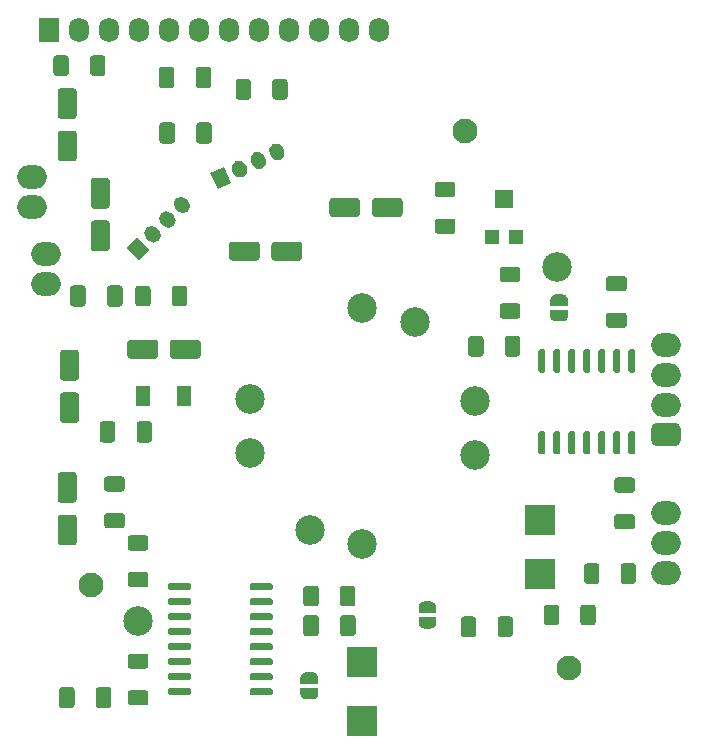
<source format=gts>
G04 #@! TF.GenerationSoftware,KiCad,Pcbnew,5.1.10-88a1d61d58~88~ubuntu18.04.1*
G04 #@! TF.CreationDate,2024-08-03T23:10:31-04:00*
G04 #@! TF.ProjectId,238-capstan,3233382d-6361-4707-9374-616e2e6b6963,rev?*
G04 #@! TF.SameCoordinates,Original*
G04 #@! TF.FileFunction,Soldermask,Top*
G04 #@! TF.FilePolarity,Negative*
%FSLAX46Y46*%
G04 Gerber Fmt 4.6, Leading zero omitted, Abs format (unit mm)*
G04 Created by KiCad (PCBNEW 5.1.10-88a1d61d58~88~ubuntu18.04.1) date 2024-08-03 23:10:31*
%MOMM*%
%LPD*%
G01*
G04 APERTURE LIST*
%ADD10O,2.500000X2.000000*%
%ADD11R,1.300000X1.700000*%
%ADD12C,2.100000*%
%ADD13C,2.500000*%
%ADD14R,1.600000X1.500000*%
%ADD15R,1.200000X1.200000*%
%ADD16C,0.100000*%
%ADD17O,1.700000X2.100000*%
%ADD18R,1.700000X2.100000*%
%ADD19R,2.500000X2.500000*%
G04 APERTURE END LIST*
D10*
X120000000Y-68960000D03*
X120000000Y-71500000D03*
X173700000Y-102430000D03*
X173700000Y-99890000D03*
X173700000Y-97350000D03*
X121200000Y-78000000D03*
X121200000Y-75460000D03*
X173700000Y-83100000D03*
X173700000Y-85640000D03*
X173700000Y-88180000D03*
G36*
G01*
X174950000Y-90220000D02*
X174950000Y-91220000D01*
G75*
G02*
X174450000Y-91720000I-500000J0D01*
G01*
X172950000Y-91720000D01*
G75*
G02*
X172450000Y-91220000I0J500000D01*
G01*
X172450000Y-90220000D01*
G75*
G02*
X172950000Y-89720000I500000J0D01*
G01*
X174450000Y-89720000D01*
G75*
G02*
X174950000Y-90220000I0J-500000D01*
G01*
G37*
D11*
X129400000Y-87500000D03*
X132900000Y-87500000D03*
D12*
X165500000Y-110500000D03*
X156700000Y-65000000D03*
X125000000Y-103500000D03*
G36*
G01*
X154375000Y-72437500D02*
X155625000Y-72437500D01*
G75*
G02*
X155875000Y-72687500I0J-250000D01*
G01*
X155875000Y-73487500D01*
G75*
G02*
X155625000Y-73737500I-250000J0D01*
G01*
X154375000Y-73737500D01*
G75*
G02*
X154125000Y-73487500I0J250000D01*
G01*
X154125000Y-72687500D01*
G75*
G02*
X154375000Y-72437500I250000J0D01*
G01*
G37*
G36*
G01*
X154375000Y-69337500D02*
X155625000Y-69337500D01*
G75*
G02*
X155875000Y-69587500I0J-250000D01*
G01*
X155875000Y-70387500D01*
G75*
G02*
X155625000Y-70637500I-250000J0D01*
G01*
X154375000Y-70637500D01*
G75*
G02*
X154125000Y-70387500I0J250000D01*
G01*
X154125000Y-69587500D01*
G75*
G02*
X154375000Y-69337500I250000J0D01*
G01*
G37*
G36*
G01*
X138562500Y-60875000D02*
X138562500Y-62125000D01*
G75*
G02*
X138312500Y-62375000I-250000J0D01*
G01*
X137512500Y-62375000D01*
G75*
G02*
X137262500Y-62125000I0J250000D01*
G01*
X137262500Y-60875000D01*
G75*
G02*
X137512500Y-60625000I250000J0D01*
G01*
X138312500Y-60625000D01*
G75*
G02*
X138562500Y-60875000I0J-250000D01*
G01*
G37*
G36*
G01*
X141662500Y-60875000D02*
X141662500Y-62125000D01*
G75*
G02*
X141412500Y-62375000I-250000J0D01*
G01*
X140612500Y-62375000D01*
G75*
G02*
X140362500Y-62125000I0J250000D01*
G01*
X140362500Y-60875000D01*
G75*
G02*
X140612500Y-60625000I250000J0D01*
G01*
X141412500Y-60625000D01*
G75*
G02*
X141662500Y-60875000I0J-250000D01*
G01*
G37*
G36*
G01*
X123137500Y-58875000D02*
X123137500Y-60125000D01*
G75*
G02*
X122887500Y-60375000I-250000J0D01*
G01*
X122087500Y-60375000D01*
G75*
G02*
X121837500Y-60125000I0J250000D01*
G01*
X121837500Y-58875000D01*
G75*
G02*
X122087500Y-58625000I250000J0D01*
G01*
X122887500Y-58625000D01*
G75*
G02*
X123137500Y-58875000I0J-250000D01*
G01*
G37*
G36*
G01*
X126237500Y-58875000D02*
X126237500Y-60125000D01*
G75*
G02*
X125987500Y-60375000I-250000J0D01*
G01*
X125187500Y-60375000D01*
G75*
G02*
X124937500Y-60125000I0J250000D01*
G01*
X124937500Y-58875000D01*
G75*
G02*
X125187500Y-58625000I250000J0D01*
G01*
X125987500Y-58625000D01*
G75*
G02*
X126237500Y-58875000I0J-250000D01*
G01*
G37*
G36*
G01*
X131862500Y-79625000D02*
X131862500Y-78375000D01*
G75*
G02*
X132112500Y-78125000I250000J0D01*
G01*
X132912500Y-78125000D01*
G75*
G02*
X133162500Y-78375000I0J-250000D01*
G01*
X133162500Y-79625000D01*
G75*
G02*
X132912500Y-79875000I-250000J0D01*
G01*
X132112500Y-79875000D01*
G75*
G02*
X131862500Y-79625000I0J250000D01*
G01*
G37*
G36*
G01*
X128762500Y-79625000D02*
X128762500Y-78375000D01*
G75*
G02*
X129012500Y-78125000I250000J0D01*
G01*
X129812500Y-78125000D01*
G75*
G02*
X130062500Y-78375000I0J-250000D01*
G01*
X130062500Y-79625000D01*
G75*
G02*
X129812500Y-79875000I-250000J0D01*
G01*
X129012500Y-79875000D01*
G75*
G02*
X128762500Y-79625000I0J250000D01*
G01*
G37*
G36*
G01*
X170825000Y-95650000D02*
X169575000Y-95650000D01*
G75*
G02*
X169325000Y-95400000I0J250000D01*
G01*
X169325000Y-94600000D01*
G75*
G02*
X169575000Y-94350000I250000J0D01*
G01*
X170825000Y-94350000D01*
G75*
G02*
X171075000Y-94600000I0J-250000D01*
G01*
X171075000Y-95400000D01*
G75*
G02*
X170825000Y-95650000I-250000J0D01*
G01*
G37*
G36*
G01*
X170825000Y-98750000D02*
X169575000Y-98750000D01*
G75*
G02*
X169325000Y-98500000I0J250000D01*
G01*
X169325000Y-97700000D01*
G75*
G02*
X169575000Y-97450000I250000J0D01*
G01*
X170825000Y-97450000D01*
G75*
G02*
X171075000Y-97700000I0J-250000D01*
G01*
X171075000Y-98500000D01*
G75*
G02*
X170825000Y-98750000I-250000J0D01*
G01*
G37*
G36*
G01*
X164650000Y-105375000D02*
X164650000Y-106625000D01*
G75*
G02*
X164400000Y-106875000I-250000J0D01*
G01*
X163600000Y-106875000D01*
G75*
G02*
X163350000Y-106625000I0J250000D01*
G01*
X163350000Y-105375000D01*
G75*
G02*
X163600000Y-105125000I250000J0D01*
G01*
X164400000Y-105125000D01*
G75*
G02*
X164650000Y-105375000I0J-250000D01*
G01*
G37*
G36*
G01*
X167750000Y-105375000D02*
X167750000Y-106625000D01*
G75*
G02*
X167500000Y-106875000I-250000J0D01*
G01*
X166700000Y-106875000D01*
G75*
G02*
X166450000Y-106625000I0J250000D01*
G01*
X166450000Y-105375000D01*
G75*
G02*
X166700000Y-105125000I250000J0D01*
G01*
X167500000Y-105125000D01*
G75*
G02*
X167750000Y-105375000I0J-250000D01*
G01*
G37*
G36*
G01*
X157637500Y-106375000D02*
X157637500Y-107625000D01*
G75*
G02*
X157387500Y-107875000I-250000J0D01*
G01*
X156587500Y-107875000D01*
G75*
G02*
X156337500Y-107625000I0J250000D01*
G01*
X156337500Y-106375000D01*
G75*
G02*
X156587500Y-106125000I250000J0D01*
G01*
X157387500Y-106125000D01*
G75*
G02*
X157637500Y-106375000I0J-250000D01*
G01*
G37*
G36*
G01*
X160737500Y-106375000D02*
X160737500Y-107625000D01*
G75*
G02*
X160487500Y-107875000I-250000J0D01*
G01*
X159687500Y-107875000D01*
G75*
G02*
X159437500Y-107625000I0J250000D01*
G01*
X159437500Y-106375000D01*
G75*
G02*
X159687500Y-106125000I250000J0D01*
G01*
X160487500Y-106125000D01*
G75*
G02*
X160737500Y-106375000I0J-250000D01*
G01*
G37*
G36*
G01*
X128375000Y-112362500D02*
X129625000Y-112362500D01*
G75*
G02*
X129875000Y-112612500I0J-250000D01*
G01*
X129875000Y-113412500D01*
G75*
G02*
X129625000Y-113662500I-250000J0D01*
G01*
X128375000Y-113662500D01*
G75*
G02*
X128125000Y-113412500I0J250000D01*
G01*
X128125000Y-112612500D01*
G75*
G02*
X128375000Y-112362500I250000J0D01*
G01*
G37*
G36*
G01*
X128375000Y-109262500D02*
X129625000Y-109262500D01*
G75*
G02*
X129875000Y-109512500I0J-250000D01*
G01*
X129875000Y-110312500D01*
G75*
G02*
X129625000Y-110562500I-250000J0D01*
G01*
X128375000Y-110562500D01*
G75*
G02*
X128125000Y-110312500I0J250000D01*
G01*
X128125000Y-109512500D01*
G75*
G02*
X128375000Y-109262500I250000J0D01*
G01*
G37*
G36*
G01*
X128375000Y-102362500D02*
X129625000Y-102362500D01*
G75*
G02*
X129875000Y-102612500I0J-250000D01*
G01*
X129875000Y-103412500D01*
G75*
G02*
X129625000Y-103662500I-250000J0D01*
G01*
X128375000Y-103662500D01*
G75*
G02*
X128125000Y-103412500I0J250000D01*
G01*
X128125000Y-102612500D01*
G75*
G02*
X128375000Y-102362500I250000J0D01*
G01*
G37*
G36*
G01*
X128375000Y-99262500D02*
X129625000Y-99262500D01*
G75*
G02*
X129875000Y-99512500I0J-250000D01*
G01*
X129875000Y-100312500D01*
G75*
G02*
X129625000Y-100562500I-250000J0D01*
G01*
X128375000Y-100562500D01*
G75*
G02*
X128125000Y-100312500I0J250000D01*
G01*
X128125000Y-99512500D01*
G75*
G02*
X128375000Y-99262500I250000J0D01*
G01*
G37*
G36*
G01*
X127625000Y-95562500D02*
X126375000Y-95562500D01*
G75*
G02*
X126125000Y-95312500I0J250000D01*
G01*
X126125000Y-94512500D01*
G75*
G02*
X126375000Y-94262500I250000J0D01*
G01*
X127625000Y-94262500D01*
G75*
G02*
X127875000Y-94512500I0J-250000D01*
G01*
X127875000Y-95312500D01*
G75*
G02*
X127625000Y-95562500I-250000J0D01*
G01*
G37*
G36*
G01*
X127625000Y-98662500D02*
X126375000Y-98662500D01*
G75*
G02*
X126125000Y-98412500I0J250000D01*
G01*
X126125000Y-97612500D01*
G75*
G02*
X126375000Y-97362500I250000J0D01*
G01*
X127625000Y-97362500D01*
G75*
G02*
X127875000Y-97612500I0J-250000D01*
G01*
X127875000Y-98412500D01*
G75*
G02*
X127625000Y-98662500I-250000J0D01*
G01*
G37*
G36*
G01*
X144300000Y-103775000D02*
X144300000Y-105025000D01*
G75*
G02*
X144050000Y-105275000I-250000J0D01*
G01*
X143250000Y-105275000D01*
G75*
G02*
X143000000Y-105025000I0J250000D01*
G01*
X143000000Y-103775000D01*
G75*
G02*
X143250000Y-103525000I250000J0D01*
G01*
X144050000Y-103525000D01*
G75*
G02*
X144300000Y-103775000I0J-250000D01*
G01*
G37*
G36*
G01*
X147400000Y-103775000D02*
X147400000Y-105025000D01*
G75*
G02*
X147150000Y-105275000I-250000J0D01*
G01*
X146350000Y-105275000D01*
G75*
G02*
X146100000Y-105025000I0J250000D01*
G01*
X146100000Y-103775000D01*
G75*
G02*
X146350000Y-103525000I250000J0D01*
G01*
X147150000Y-103525000D01*
G75*
G02*
X147400000Y-103775000I0J-250000D01*
G01*
G37*
G36*
G01*
X161125000Y-77812500D02*
X159875000Y-77812500D01*
G75*
G02*
X159625000Y-77562500I0J250000D01*
G01*
X159625000Y-76762500D01*
G75*
G02*
X159875000Y-76512500I250000J0D01*
G01*
X161125000Y-76512500D01*
G75*
G02*
X161375000Y-76762500I0J-250000D01*
G01*
X161375000Y-77562500D01*
G75*
G02*
X161125000Y-77812500I-250000J0D01*
G01*
G37*
G36*
G01*
X161125000Y-80912500D02*
X159875000Y-80912500D01*
G75*
G02*
X159625000Y-80662500I0J250000D01*
G01*
X159625000Y-79862500D01*
G75*
G02*
X159875000Y-79612500I250000J0D01*
G01*
X161125000Y-79612500D01*
G75*
G02*
X161375000Y-79862500I0J-250000D01*
G01*
X161375000Y-80662500D01*
G75*
G02*
X161125000Y-80912500I-250000J0D01*
G01*
G37*
G36*
G01*
X168875000Y-80400000D02*
X170125000Y-80400000D01*
G75*
G02*
X170375000Y-80650000I0J-250000D01*
G01*
X170375000Y-81450000D01*
G75*
G02*
X170125000Y-81700000I-250000J0D01*
G01*
X168875000Y-81700000D01*
G75*
G02*
X168625000Y-81450000I0J250000D01*
G01*
X168625000Y-80650000D01*
G75*
G02*
X168875000Y-80400000I250000J0D01*
G01*
G37*
G36*
G01*
X168875000Y-77300000D02*
X170125000Y-77300000D01*
G75*
G02*
X170375000Y-77550000I0J-250000D01*
G01*
X170375000Y-78350000D01*
G75*
G02*
X170125000Y-78600000I-250000J0D01*
G01*
X168875000Y-78600000D01*
G75*
G02*
X168625000Y-78350000I0J250000D01*
G01*
X168625000Y-77550000D01*
G75*
G02*
X168875000Y-77300000I250000J0D01*
G01*
G37*
G36*
G01*
X160050000Y-83875000D02*
X160050000Y-82625000D01*
G75*
G02*
X160300000Y-82375000I250000J0D01*
G01*
X161100000Y-82375000D01*
G75*
G02*
X161350000Y-82625000I0J-250000D01*
G01*
X161350000Y-83875000D01*
G75*
G02*
X161100000Y-84125000I-250000J0D01*
G01*
X160300000Y-84125000D01*
G75*
G02*
X160050000Y-83875000I0J250000D01*
G01*
G37*
G36*
G01*
X156950000Y-83875000D02*
X156950000Y-82625000D01*
G75*
G02*
X157200000Y-82375000I250000J0D01*
G01*
X158000000Y-82375000D01*
G75*
G02*
X158250000Y-82625000I0J-250000D01*
G01*
X158250000Y-83875000D01*
G75*
G02*
X158000000Y-84125000I-250000J0D01*
G01*
X157200000Y-84125000D01*
G75*
G02*
X156950000Y-83875000I0J250000D01*
G01*
G37*
G36*
G01*
X168062500Y-101875000D02*
X168062500Y-103125000D01*
G75*
G02*
X167812500Y-103375000I-250000J0D01*
G01*
X167012500Y-103375000D01*
G75*
G02*
X166762500Y-103125000I0J250000D01*
G01*
X166762500Y-101875000D01*
G75*
G02*
X167012500Y-101625000I250000J0D01*
G01*
X167812500Y-101625000D01*
G75*
G02*
X168062500Y-101875000I0J-250000D01*
G01*
G37*
G36*
G01*
X171162500Y-101875000D02*
X171162500Y-103125000D01*
G75*
G02*
X170912500Y-103375000I-250000J0D01*
G01*
X170112500Y-103375000D01*
G75*
G02*
X169862500Y-103125000I0J250000D01*
G01*
X169862500Y-101875000D01*
G75*
G02*
X170112500Y-101625000I250000J0D01*
G01*
X170912500Y-101625000D01*
G75*
G02*
X171162500Y-101875000I0J-250000D01*
G01*
G37*
G36*
G01*
X144300000Y-106249999D02*
X144300000Y-107550001D01*
G75*
G02*
X144050001Y-107800000I-249999J0D01*
G01*
X143224999Y-107800000D01*
G75*
G02*
X142975000Y-107550001I0J249999D01*
G01*
X142975000Y-106249999D01*
G75*
G02*
X143224999Y-106000000I249999J0D01*
G01*
X144050001Y-106000000D01*
G75*
G02*
X144300000Y-106249999I0J-249999D01*
G01*
G37*
G36*
G01*
X147425000Y-106249999D02*
X147425000Y-107550001D01*
G75*
G02*
X147175001Y-107800000I-249999J0D01*
G01*
X146349999Y-107800000D01*
G75*
G02*
X146100000Y-107550001I0J249999D01*
G01*
X146100000Y-106249999D01*
G75*
G02*
X146349999Y-106000000I249999J0D01*
G01*
X147175001Y-106000000D01*
G75*
G02*
X147425000Y-106249999I0J-249999D01*
G01*
G37*
G36*
G01*
X133922500Y-65850001D02*
X133922500Y-64549999D01*
G75*
G02*
X134172499Y-64300000I249999J0D01*
G01*
X134997501Y-64300000D01*
G75*
G02*
X135247500Y-64549999I0J-249999D01*
G01*
X135247500Y-65850001D01*
G75*
G02*
X134997501Y-66100000I-249999J0D01*
G01*
X134172499Y-66100000D01*
G75*
G02*
X133922500Y-65850001I0J249999D01*
G01*
G37*
G36*
G01*
X130797500Y-65850001D02*
X130797500Y-64549999D01*
G75*
G02*
X131047499Y-64300000I249999J0D01*
G01*
X131872501Y-64300000D01*
G75*
G02*
X132122500Y-64549999I0J-249999D01*
G01*
X132122500Y-65850001D01*
G75*
G02*
X131872501Y-66100000I-249999J0D01*
G01*
X131047499Y-66100000D01*
G75*
G02*
X130797500Y-65850001I0J249999D01*
G01*
G37*
G36*
G01*
X133875000Y-61150001D02*
X133875000Y-59849999D01*
G75*
G02*
X134124999Y-59600000I249999J0D01*
G01*
X134950001Y-59600000D01*
G75*
G02*
X135200000Y-59849999I0J-249999D01*
G01*
X135200000Y-61150001D01*
G75*
G02*
X134950001Y-61400000I-249999J0D01*
G01*
X134124999Y-61400000D01*
G75*
G02*
X133875000Y-61150001I0J249999D01*
G01*
G37*
G36*
G01*
X130750000Y-61150001D02*
X130750000Y-59849999D01*
G75*
G02*
X130999999Y-59600000I249999J0D01*
G01*
X131825001Y-59600000D01*
G75*
G02*
X132075000Y-59849999I0J-249999D01*
G01*
X132075000Y-61150001D01*
G75*
G02*
X131825001Y-61400000I-249999J0D01*
G01*
X130999999Y-61400000D01*
G75*
G02*
X130750000Y-61150001I0J249999D01*
G01*
G37*
G36*
G01*
X123625000Y-112349999D02*
X123625000Y-113650001D01*
G75*
G02*
X123375001Y-113900000I-249999J0D01*
G01*
X122549999Y-113900000D01*
G75*
G02*
X122300000Y-113650001I0J249999D01*
G01*
X122300000Y-112349999D01*
G75*
G02*
X122549999Y-112100000I249999J0D01*
G01*
X123375001Y-112100000D01*
G75*
G02*
X123625000Y-112349999I0J-249999D01*
G01*
G37*
G36*
G01*
X126750000Y-112349999D02*
X126750000Y-113650001D01*
G75*
G02*
X126500001Y-113900000I-249999J0D01*
G01*
X125674999Y-113900000D01*
G75*
G02*
X125425000Y-113650001I0J249999D01*
G01*
X125425000Y-112349999D01*
G75*
G02*
X125674999Y-112100000I249999J0D01*
G01*
X126500001Y-112100000D01*
G75*
G02*
X126750000Y-112349999I0J-249999D01*
G01*
G37*
G36*
G01*
X126375000Y-79650001D02*
X126375000Y-78349999D01*
G75*
G02*
X126624999Y-78100000I249999J0D01*
G01*
X127450001Y-78100000D01*
G75*
G02*
X127700000Y-78349999I0J-249999D01*
G01*
X127700000Y-79650001D01*
G75*
G02*
X127450001Y-79900000I-249999J0D01*
G01*
X126624999Y-79900000D01*
G75*
G02*
X126375000Y-79650001I0J249999D01*
G01*
G37*
G36*
G01*
X123250000Y-79650001D02*
X123250000Y-78349999D01*
G75*
G02*
X123499999Y-78100000I249999J0D01*
G01*
X124325001Y-78100000D01*
G75*
G02*
X124575000Y-78349999I0J-249999D01*
G01*
X124575000Y-79650001D01*
G75*
G02*
X124325001Y-79900000I-249999J0D01*
G01*
X123499999Y-79900000D01*
G75*
G02*
X123250000Y-79650001I0J249999D01*
G01*
G37*
G36*
G01*
X127075000Y-89849999D02*
X127075000Y-91150001D01*
G75*
G02*
X126825001Y-91400000I-249999J0D01*
G01*
X125999999Y-91400000D01*
G75*
G02*
X125750000Y-91150001I0J249999D01*
G01*
X125750000Y-89849999D01*
G75*
G02*
X125999999Y-89600000I249999J0D01*
G01*
X126825001Y-89600000D01*
G75*
G02*
X127075000Y-89849999I0J-249999D01*
G01*
G37*
G36*
G01*
X130200000Y-89849999D02*
X130200000Y-91150001D01*
G75*
G02*
X129950001Y-91400000I-249999J0D01*
G01*
X129124999Y-91400000D01*
G75*
G02*
X128875000Y-91150001I0J249999D01*
G01*
X128875000Y-89849999D01*
G75*
G02*
X129124999Y-89600000I249999J0D01*
G01*
X129950001Y-89600000D01*
G75*
G02*
X130200000Y-89849999I0J-249999D01*
G01*
G37*
D13*
X143576060Y-98814609D03*
X148000000Y-100000000D03*
X152423940Y-81185391D03*
X148000000Y-80000000D03*
X138500000Y-92280000D03*
X138500000Y-87700000D03*
X157500000Y-87900000D03*
X157500000Y-92480000D03*
D14*
X160000000Y-70750000D03*
D15*
X161000000Y-74000000D03*
X159000000Y-74000000D03*
D13*
X164500000Y-76500000D03*
X129000000Y-106500000D03*
D16*
G36*
X165399398Y-80650000D02*
G01*
X165399398Y-80674534D01*
X165394588Y-80723365D01*
X165385016Y-80771490D01*
X165370772Y-80818445D01*
X165351995Y-80863778D01*
X165328864Y-80907051D01*
X165301604Y-80947850D01*
X165270476Y-80985779D01*
X165235779Y-81020476D01*
X165197850Y-81051604D01*
X165157051Y-81078864D01*
X165113778Y-81101995D01*
X165068445Y-81120772D01*
X165021490Y-81135016D01*
X164973365Y-81144588D01*
X164924534Y-81149398D01*
X164900000Y-81149398D01*
X164900000Y-81150000D01*
X164400000Y-81150000D01*
X164400000Y-81149398D01*
X164375466Y-81149398D01*
X164326635Y-81144588D01*
X164278510Y-81135016D01*
X164231555Y-81120772D01*
X164186222Y-81101995D01*
X164142949Y-81078864D01*
X164102150Y-81051604D01*
X164064221Y-81020476D01*
X164029524Y-80985779D01*
X163998396Y-80947850D01*
X163971136Y-80907051D01*
X163948005Y-80863778D01*
X163929228Y-80818445D01*
X163914984Y-80771490D01*
X163905412Y-80723365D01*
X163900602Y-80674534D01*
X163900602Y-80650000D01*
X163900000Y-80650000D01*
X163900000Y-80150000D01*
X165400000Y-80150000D01*
X165400000Y-80650000D01*
X165399398Y-80650000D01*
G37*
G36*
X163900000Y-79850000D02*
G01*
X163900000Y-79350000D01*
X163900602Y-79350000D01*
X163900602Y-79325466D01*
X163905412Y-79276635D01*
X163914984Y-79228510D01*
X163929228Y-79181555D01*
X163948005Y-79136222D01*
X163971136Y-79092949D01*
X163998396Y-79052150D01*
X164029524Y-79014221D01*
X164064221Y-78979524D01*
X164102150Y-78948396D01*
X164142949Y-78921136D01*
X164186222Y-78898005D01*
X164231555Y-78879228D01*
X164278510Y-78864984D01*
X164326635Y-78855412D01*
X164375466Y-78850602D01*
X164400000Y-78850602D01*
X164400000Y-78850000D01*
X164900000Y-78850000D01*
X164900000Y-78850602D01*
X164924534Y-78850602D01*
X164973365Y-78855412D01*
X165021490Y-78864984D01*
X165068445Y-78879228D01*
X165113778Y-78898005D01*
X165157051Y-78921136D01*
X165197850Y-78948396D01*
X165235779Y-78979524D01*
X165270476Y-79014221D01*
X165301604Y-79052150D01*
X165328864Y-79092949D01*
X165351995Y-79136222D01*
X165370772Y-79181555D01*
X165385016Y-79228510D01*
X165394588Y-79276635D01*
X165399398Y-79325466D01*
X165399398Y-79350000D01*
X165400000Y-79350000D01*
X165400000Y-79850000D01*
X163900000Y-79850000D01*
G37*
G36*
X152750602Y-105350000D02*
G01*
X152750602Y-105325466D01*
X152755412Y-105276635D01*
X152764984Y-105228510D01*
X152779228Y-105181555D01*
X152798005Y-105136222D01*
X152821136Y-105092949D01*
X152848396Y-105052150D01*
X152879524Y-105014221D01*
X152914221Y-104979524D01*
X152952150Y-104948396D01*
X152992949Y-104921136D01*
X153036222Y-104898005D01*
X153081555Y-104879228D01*
X153128510Y-104864984D01*
X153176635Y-104855412D01*
X153225466Y-104850602D01*
X153250000Y-104850602D01*
X153250000Y-104850000D01*
X153750000Y-104850000D01*
X153750000Y-104850602D01*
X153774534Y-104850602D01*
X153823365Y-104855412D01*
X153871490Y-104864984D01*
X153918445Y-104879228D01*
X153963778Y-104898005D01*
X154007051Y-104921136D01*
X154047850Y-104948396D01*
X154085779Y-104979524D01*
X154120476Y-105014221D01*
X154151604Y-105052150D01*
X154178864Y-105092949D01*
X154201995Y-105136222D01*
X154220772Y-105181555D01*
X154235016Y-105228510D01*
X154244588Y-105276635D01*
X154249398Y-105325466D01*
X154249398Y-105350000D01*
X154250000Y-105350000D01*
X154250000Y-105850000D01*
X152750000Y-105850000D01*
X152750000Y-105350000D01*
X152750602Y-105350000D01*
G37*
G36*
X154250000Y-106150000D02*
G01*
X154250000Y-106650000D01*
X154249398Y-106650000D01*
X154249398Y-106674534D01*
X154244588Y-106723365D01*
X154235016Y-106771490D01*
X154220772Y-106818445D01*
X154201995Y-106863778D01*
X154178864Y-106907051D01*
X154151604Y-106947850D01*
X154120476Y-106985779D01*
X154085779Y-107020476D01*
X154047850Y-107051604D01*
X154007051Y-107078864D01*
X153963778Y-107101995D01*
X153918445Y-107120772D01*
X153871490Y-107135016D01*
X153823365Y-107144588D01*
X153774534Y-107149398D01*
X153750000Y-107149398D01*
X153750000Y-107150000D01*
X153250000Y-107150000D01*
X153250000Y-107149398D01*
X153225466Y-107149398D01*
X153176635Y-107144588D01*
X153128510Y-107135016D01*
X153081555Y-107120772D01*
X153036222Y-107101995D01*
X152992949Y-107078864D01*
X152952150Y-107051604D01*
X152914221Y-107020476D01*
X152879524Y-106985779D01*
X152848396Y-106947850D01*
X152821136Y-106907051D01*
X152798005Y-106863778D01*
X152779228Y-106818445D01*
X152764984Y-106771490D01*
X152755412Y-106723365D01*
X152750602Y-106674534D01*
X152750602Y-106650000D01*
X152750000Y-106650000D01*
X152750000Y-106150000D01*
X154250000Y-106150000D01*
G37*
G36*
X142750602Y-111350000D02*
G01*
X142750602Y-111325466D01*
X142755412Y-111276635D01*
X142764984Y-111228510D01*
X142779228Y-111181555D01*
X142798005Y-111136222D01*
X142821136Y-111092949D01*
X142848396Y-111052150D01*
X142879524Y-111014221D01*
X142914221Y-110979524D01*
X142952150Y-110948396D01*
X142992949Y-110921136D01*
X143036222Y-110898005D01*
X143081555Y-110879228D01*
X143128510Y-110864984D01*
X143176635Y-110855412D01*
X143225466Y-110850602D01*
X143250000Y-110850602D01*
X143250000Y-110850000D01*
X143750000Y-110850000D01*
X143750000Y-110850602D01*
X143774534Y-110850602D01*
X143823365Y-110855412D01*
X143871490Y-110864984D01*
X143918445Y-110879228D01*
X143963778Y-110898005D01*
X144007051Y-110921136D01*
X144047850Y-110948396D01*
X144085779Y-110979524D01*
X144120476Y-111014221D01*
X144151604Y-111052150D01*
X144178864Y-111092949D01*
X144201995Y-111136222D01*
X144220772Y-111181555D01*
X144235016Y-111228510D01*
X144244588Y-111276635D01*
X144249398Y-111325466D01*
X144249398Y-111350000D01*
X144250000Y-111350000D01*
X144250000Y-111850000D01*
X142750000Y-111850000D01*
X142750000Y-111350000D01*
X142750602Y-111350000D01*
G37*
G36*
X144250000Y-112150000D02*
G01*
X144250000Y-112650000D01*
X144249398Y-112650000D01*
X144249398Y-112674534D01*
X144244588Y-112723365D01*
X144235016Y-112771490D01*
X144220772Y-112818445D01*
X144201995Y-112863778D01*
X144178864Y-112907051D01*
X144151604Y-112947850D01*
X144120476Y-112985779D01*
X144085779Y-113020476D01*
X144047850Y-113051604D01*
X144007051Y-113078864D01*
X143963778Y-113101995D01*
X143918445Y-113120772D01*
X143871490Y-113135016D01*
X143823365Y-113144588D01*
X143774534Y-113149398D01*
X143750000Y-113149398D01*
X143750000Y-113150000D01*
X143250000Y-113150000D01*
X143250000Y-113149398D01*
X143225466Y-113149398D01*
X143176635Y-113144588D01*
X143128510Y-113135016D01*
X143081555Y-113120772D01*
X143036222Y-113101995D01*
X142992949Y-113078864D01*
X142952150Y-113051604D01*
X142914221Y-113020476D01*
X142879524Y-112985779D01*
X142848396Y-112947850D01*
X142821136Y-112907051D01*
X142798005Y-112863778D01*
X142779228Y-112818445D01*
X142764984Y-112771490D01*
X142755412Y-112723365D01*
X142750602Y-112674534D01*
X142750602Y-112650000D01*
X142750000Y-112650000D01*
X142750000Y-112150000D01*
X144250000Y-112150000D01*
G37*
D17*
X149440000Y-56500000D03*
X146900000Y-56500000D03*
X144360000Y-56500000D03*
X141820000Y-56500000D03*
X139280000Y-56500000D03*
X136740000Y-56500000D03*
X134200000Y-56500000D03*
X131660000Y-56500000D03*
X129120000Y-56500000D03*
X126580000Y-56500000D03*
X124040000Y-56500000D03*
D18*
X121500000Y-56500000D03*
G36*
G01*
X163340000Y-85487500D02*
X163040000Y-85487500D01*
G75*
G02*
X162890000Y-85337500I0J150000D01*
G01*
X162890000Y-83662500D01*
G75*
G02*
X163040000Y-83512500I150000J0D01*
G01*
X163340000Y-83512500D01*
G75*
G02*
X163490000Y-83662500I0J-150000D01*
G01*
X163490000Y-85337500D01*
G75*
G02*
X163340000Y-85487500I-150000J0D01*
G01*
G37*
G36*
G01*
X164610000Y-85487500D02*
X164310000Y-85487500D01*
G75*
G02*
X164160000Y-85337500I0J150000D01*
G01*
X164160000Y-83662500D01*
G75*
G02*
X164310000Y-83512500I150000J0D01*
G01*
X164610000Y-83512500D01*
G75*
G02*
X164760000Y-83662500I0J-150000D01*
G01*
X164760000Y-85337500D01*
G75*
G02*
X164610000Y-85487500I-150000J0D01*
G01*
G37*
G36*
G01*
X165880000Y-85487500D02*
X165580000Y-85487500D01*
G75*
G02*
X165430000Y-85337500I0J150000D01*
G01*
X165430000Y-83662500D01*
G75*
G02*
X165580000Y-83512500I150000J0D01*
G01*
X165880000Y-83512500D01*
G75*
G02*
X166030000Y-83662500I0J-150000D01*
G01*
X166030000Y-85337500D01*
G75*
G02*
X165880000Y-85487500I-150000J0D01*
G01*
G37*
G36*
G01*
X167150000Y-85487500D02*
X166850000Y-85487500D01*
G75*
G02*
X166700000Y-85337500I0J150000D01*
G01*
X166700000Y-83662500D01*
G75*
G02*
X166850000Y-83512500I150000J0D01*
G01*
X167150000Y-83512500D01*
G75*
G02*
X167300000Y-83662500I0J-150000D01*
G01*
X167300000Y-85337500D01*
G75*
G02*
X167150000Y-85487500I-150000J0D01*
G01*
G37*
G36*
G01*
X168420000Y-85487500D02*
X168120000Y-85487500D01*
G75*
G02*
X167970000Y-85337500I0J150000D01*
G01*
X167970000Y-83662500D01*
G75*
G02*
X168120000Y-83512500I150000J0D01*
G01*
X168420000Y-83512500D01*
G75*
G02*
X168570000Y-83662500I0J-150000D01*
G01*
X168570000Y-85337500D01*
G75*
G02*
X168420000Y-85487500I-150000J0D01*
G01*
G37*
G36*
G01*
X169690000Y-85487500D02*
X169390000Y-85487500D01*
G75*
G02*
X169240000Y-85337500I0J150000D01*
G01*
X169240000Y-83662500D01*
G75*
G02*
X169390000Y-83512500I150000J0D01*
G01*
X169690000Y-83512500D01*
G75*
G02*
X169840000Y-83662500I0J-150000D01*
G01*
X169840000Y-85337500D01*
G75*
G02*
X169690000Y-85487500I-150000J0D01*
G01*
G37*
G36*
G01*
X170960000Y-85487500D02*
X170660000Y-85487500D01*
G75*
G02*
X170510000Y-85337500I0J150000D01*
G01*
X170510000Y-83662500D01*
G75*
G02*
X170660000Y-83512500I150000J0D01*
G01*
X170960000Y-83512500D01*
G75*
G02*
X171110000Y-83662500I0J-150000D01*
G01*
X171110000Y-85337500D01*
G75*
G02*
X170960000Y-85487500I-150000J0D01*
G01*
G37*
G36*
G01*
X170960000Y-92412500D02*
X170660000Y-92412500D01*
G75*
G02*
X170510000Y-92262500I0J150000D01*
G01*
X170510000Y-90587500D01*
G75*
G02*
X170660000Y-90437500I150000J0D01*
G01*
X170960000Y-90437500D01*
G75*
G02*
X171110000Y-90587500I0J-150000D01*
G01*
X171110000Y-92262500D01*
G75*
G02*
X170960000Y-92412500I-150000J0D01*
G01*
G37*
G36*
G01*
X169690000Y-92412500D02*
X169390000Y-92412500D01*
G75*
G02*
X169240000Y-92262500I0J150000D01*
G01*
X169240000Y-90587500D01*
G75*
G02*
X169390000Y-90437500I150000J0D01*
G01*
X169690000Y-90437500D01*
G75*
G02*
X169840000Y-90587500I0J-150000D01*
G01*
X169840000Y-92262500D01*
G75*
G02*
X169690000Y-92412500I-150000J0D01*
G01*
G37*
G36*
G01*
X168420000Y-92412500D02*
X168120000Y-92412500D01*
G75*
G02*
X167970000Y-92262500I0J150000D01*
G01*
X167970000Y-90587500D01*
G75*
G02*
X168120000Y-90437500I150000J0D01*
G01*
X168420000Y-90437500D01*
G75*
G02*
X168570000Y-90587500I0J-150000D01*
G01*
X168570000Y-92262500D01*
G75*
G02*
X168420000Y-92412500I-150000J0D01*
G01*
G37*
G36*
G01*
X167150000Y-92412500D02*
X166850000Y-92412500D01*
G75*
G02*
X166700000Y-92262500I0J150000D01*
G01*
X166700000Y-90587500D01*
G75*
G02*
X166850000Y-90437500I150000J0D01*
G01*
X167150000Y-90437500D01*
G75*
G02*
X167300000Y-90587500I0J-150000D01*
G01*
X167300000Y-92262500D01*
G75*
G02*
X167150000Y-92412500I-150000J0D01*
G01*
G37*
G36*
G01*
X165880000Y-92412500D02*
X165580000Y-92412500D01*
G75*
G02*
X165430000Y-92262500I0J150000D01*
G01*
X165430000Y-90587500D01*
G75*
G02*
X165580000Y-90437500I150000J0D01*
G01*
X165880000Y-90437500D01*
G75*
G02*
X166030000Y-90587500I0J-150000D01*
G01*
X166030000Y-92262500D01*
G75*
G02*
X165880000Y-92412500I-150000J0D01*
G01*
G37*
G36*
G01*
X164610000Y-92412500D02*
X164310000Y-92412500D01*
G75*
G02*
X164160000Y-92262500I0J150000D01*
G01*
X164160000Y-90587500D01*
G75*
G02*
X164310000Y-90437500I150000J0D01*
G01*
X164610000Y-90437500D01*
G75*
G02*
X164760000Y-90587500I0J-150000D01*
G01*
X164760000Y-92262500D01*
G75*
G02*
X164610000Y-92412500I-150000J0D01*
G01*
G37*
G36*
G01*
X163340000Y-92412500D02*
X163040000Y-92412500D01*
G75*
G02*
X162890000Y-92262500I0J150000D01*
G01*
X162890000Y-90587500D01*
G75*
G02*
X163040000Y-90437500I150000J0D01*
G01*
X163340000Y-90437500D01*
G75*
G02*
X163490000Y-90587500I0J-150000D01*
G01*
X163490000Y-92262500D01*
G75*
G02*
X163340000Y-92412500I-150000J0D01*
G01*
G37*
G36*
G01*
X138437500Y-103760000D02*
X138437500Y-103460000D01*
G75*
G02*
X138587500Y-103310000I150000J0D01*
G01*
X140262500Y-103310000D01*
G75*
G02*
X140412500Y-103460000I0J-150000D01*
G01*
X140412500Y-103760000D01*
G75*
G02*
X140262500Y-103910000I-150000J0D01*
G01*
X138587500Y-103910000D01*
G75*
G02*
X138437500Y-103760000I0J150000D01*
G01*
G37*
G36*
G01*
X138437500Y-105030000D02*
X138437500Y-104730000D01*
G75*
G02*
X138587500Y-104580000I150000J0D01*
G01*
X140262500Y-104580000D01*
G75*
G02*
X140412500Y-104730000I0J-150000D01*
G01*
X140412500Y-105030000D01*
G75*
G02*
X140262500Y-105180000I-150000J0D01*
G01*
X138587500Y-105180000D01*
G75*
G02*
X138437500Y-105030000I0J150000D01*
G01*
G37*
G36*
G01*
X138437500Y-106300000D02*
X138437500Y-106000000D01*
G75*
G02*
X138587500Y-105850000I150000J0D01*
G01*
X140262500Y-105850000D01*
G75*
G02*
X140412500Y-106000000I0J-150000D01*
G01*
X140412500Y-106300000D01*
G75*
G02*
X140262500Y-106450000I-150000J0D01*
G01*
X138587500Y-106450000D01*
G75*
G02*
X138437500Y-106300000I0J150000D01*
G01*
G37*
G36*
G01*
X138437500Y-107570000D02*
X138437500Y-107270000D01*
G75*
G02*
X138587500Y-107120000I150000J0D01*
G01*
X140262500Y-107120000D01*
G75*
G02*
X140412500Y-107270000I0J-150000D01*
G01*
X140412500Y-107570000D01*
G75*
G02*
X140262500Y-107720000I-150000J0D01*
G01*
X138587500Y-107720000D01*
G75*
G02*
X138437500Y-107570000I0J150000D01*
G01*
G37*
G36*
G01*
X138437500Y-108840000D02*
X138437500Y-108540000D01*
G75*
G02*
X138587500Y-108390000I150000J0D01*
G01*
X140262500Y-108390000D01*
G75*
G02*
X140412500Y-108540000I0J-150000D01*
G01*
X140412500Y-108840000D01*
G75*
G02*
X140262500Y-108990000I-150000J0D01*
G01*
X138587500Y-108990000D01*
G75*
G02*
X138437500Y-108840000I0J150000D01*
G01*
G37*
G36*
G01*
X138437500Y-110110000D02*
X138437500Y-109810000D01*
G75*
G02*
X138587500Y-109660000I150000J0D01*
G01*
X140262500Y-109660000D01*
G75*
G02*
X140412500Y-109810000I0J-150000D01*
G01*
X140412500Y-110110000D01*
G75*
G02*
X140262500Y-110260000I-150000J0D01*
G01*
X138587500Y-110260000D01*
G75*
G02*
X138437500Y-110110000I0J150000D01*
G01*
G37*
G36*
G01*
X138437500Y-111380000D02*
X138437500Y-111080000D01*
G75*
G02*
X138587500Y-110930000I150000J0D01*
G01*
X140262500Y-110930000D01*
G75*
G02*
X140412500Y-111080000I0J-150000D01*
G01*
X140412500Y-111380000D01*
G75*
G02*
X140262500Y-111530000I-150000J0D01*
G01*
X138587500Y-111530000D01*
G75*
G02*
X138437500Y-111380000I0J150000D01*
G01*
G37*
G36*
G01*
X138437500Y-112650000D02*
X138437500Y-112350000D01*
G75*
G02*
X138587500Y-112200000I150000J0D01*
G01*
X140262500Y-112200000D01*
G75*
G02*
X140412500Y-112350000I0J-150000D01*
G01*
X140412500Y-112650000D01*
G75*
G02*
X140262500Y-112800000I-150000J0D01*
G01*
X138587500Y-112800000D01*
G75*
G02*
X138437500Y-112650000I0J150000D01*
G01*
G37*
G36*
G01*
X131512500Y-112650000D02*
X131512500Y-112350000D01*
G75*
G02*
X131662500Y-112200000I150000J0D01*
G01*
X133337500Y-112200000D01*
G75*
G02*
X133487500Y-112350000I0J-150000D01*
G01*
X133487500Y-112650000D01*
G75*
G02*
X133337500Y-112800000I-150000J0D01*
G01*
X131662500Y-112800000D01*
G75*
G02*
X131512500Y-112650000I0J150000D01*
G01*
G37*
G36*
G01*
X131512500Y-111380000D02*
X131512500Y-111080000D01*
G75*
G02*
X131662500Y-110930000I150000J0D01*
G01*
X133337500Y-110930000D01*
G75*
G02*
X133487500Y-111080000I0J-150000D01*
G01*
X133487500Y-111380000D01*
G75*
G02*
X133337500Y-111530000I-150000J0D01*
G01*
X131662500Y-111530000D01*
G75*
G02*
X131512500Y-111380000I0J150000D01*
G01*
G37*
G36*
G01*
X131512500Y-110110000D02*
X131512500Y-109810000D01*
G75*
G02*
X131662500Y-109660000I150000J0D01*
G01*
X133337500Y-109660000D01*
G75*
G02*
X133487500Y-109810000I0J-150000D01*
G01*
X133487500Y-110110000D01*
G75*
G02*
X133337500Y-110260000I-150000J0D01*
G01*
X131662500Y-110260000D01*
G75*
G02*
X131512500Y-110110000I0J150000D01*
G01*
G37*
G36*
G01*
X131512500Y-108840000D02*
X131512500Y-108540000D01*
G75*
G02*
X131662500Y-108390000I150000J0D01*
G01*
X133337500Y-108390000D01*
G75*
G02*
X133487500Y-108540000I0J-150000D01*
G01*
X133487500Y-108840000D01*
G75*
G02*
X133337500Y-108990000I-150000J0D01*
G01*
X131662500Y-108990000D01*
G75*
G02*
X131512500Y-108840000I0J150000D01*
G01*
G37*
G36*
G01*
X131512500Y-107570000D02*
X131512500Y-107270000D01*
G75*
G02*
X131662500Y-107120000I150000J0D01*
G01*
X133337500Y-107120000D01*
G75*
G02*
X133487500Y-107270000I0J-150000D01*
G01*
X133487500Y-107570000D01*
G75*
G02*
X133337500Y-107720000I-150000J0D01*
G01*
X131662500Y-107720000D01*
G75*
G02*
X131512500Y-107570000I0J150000D01*
G01*
G37*
G36*
G01*
X131512500Y-106300000D02*
X131512500Y-106000000D01*
G75*
G02*
X131662500Y-105850000I150000J0D01*
G01*
X133337500Y-105850000D01*
G75*
G02*
X133487500Y-106000000I0J-150000D01*
G01*
X133487500Y-106300000D01*
G75*
G02*
X133337500Y-106450000I-150000J0D01*
G01*
X131662500Y-106450000D01*
G75*
G02*
X131512500Y-106300000I0J150000D01*
G01*
G37*
G36*
G01*
X131512500Y-105030000D02*
X131512500Y-104730000D01*
G75*
G02*
X131662500Y-104580000I150000J0D01*
G01*
X133337500Y-104580000D01*
G75*
G02*
X133487500Y-104730000I0J-150000D01*
G01*
X133487500Y-105030000D01*
G75*
G02*
X133337500Y-105180000I-150000J0D01*
G01*
X131662500Y-105180000D01*
G75*
G02*
X131512500Y-105030000I0J150000D01*
G01*
G37*
G36*
G01*
X131512500Y-103760000D02*
X131512500Y-103460000D01*
G75*
G02*
X131662500Y-103310000I150000J0D01*
G01*
X133337500Y-103310000D01*
G75*
G02*
X133487500Y-103460000I0J-150000D01*
G01*
X133487500Y-103760000D01*
G75*
G02*
X133337500Y-103910000I-150000J0D01*
G01*
X131662500Y-103910000D01*
G75*
G02*
X131512500Y-103760000I0J150000D01*
G01*
G37*
G36*
G01*
X133242641Y-71818019D02*
X133242641Y-71818019D01*
G75*
G02*
X132358757Y-71818019I-441942J441942D01*
G01*
X132181981Y-71641243D01*
G75*
G02*
X132181981Y-70757359I441942J441942D01*
G01*
X132181981Y-70757359D01*
G75*
G02*
X133065865Y-70757359I441942J-441942D01*
G01*
X133242641Y-70934135D01*
G75*
G02*
X133242641Y-71818019I-441942J-441942D01*
G01*
G37*
G36*
G01*
X132005204Y-73055456D02*
X132005204Y-73055456D01*
G75*
G02*
X131121320Y-73055456I-441942J441942D01*
G01*
X130944544Y-72878680D01*
G75*
G02*
X130944544Y-71994796I441942J441942D01*
G01*
X130944544Y-71994796D01*
G75*
G02*
X131828428Y-71994796I441942J-441942D01*
G01*
X132005204Y-72171572D01*
G75*
G02*
X132005204Y-73055456I-441942J-441942D01*
G01*
G37*
G36*
G01*
X130767767Y-74292893D02*
X130767767Y-74292893D01*
G75*
G02*
X129883883Y-74292893I-441942J441942D01*
G01*
X129707107Y-74116117D01*
G75*
G02*
X129707107Y-73232233I441942J441942D01*
G01*
X129707107Y-73232233D01*
G75*
G02*
X130590991Y-73232233I441942J-441942D01*
G01*
X130767767Y-73409009D01*
G75*
G02*
X130767767Y-74292893I-441942J-441942D01*
G01*
G37*
D16*
G36*
X129972272Y-75088388D02*
G01*
X129088388Y-75972272D01*
X128027728Y-74911612D01*
X128911612Y-74027728D01*
X129972272Y-75088388D01*
G37*
G36*
G01*
X141075079Y-67460984D02*
X141075079Y-67460984D01*
G75*
G02*
X140244501Y-67158678I-264136J566442D01*
G01*
X140138847Y-66932102D01*
G75*
G02*
X140441153Y-66101524I566442J264136D01*
G01*
X140441153Y-66101524D01*
G75*
G02*
X141271731Y-66403830I264136J-566442D01*
G01*
X141377385Y-66630406D01*
G75*
G02*
X141075079Y-67460984I-566442J-264136D01*
G01*
G37*
G36*
G01*
X139489040Y-68200566D02*
X139489040Y-68200566D01*
G75*
G02*
X138658462Y-67898260I-264136J566442D01*
G01*
X138552808Y-67671684D01*
G75*
G02*
X138855114Y-66841106I566442J264136D01*
G01*
X138855114Y-66841106D01*
G75*
G02*
X139685692Y-67143412I264136J-566442D01*
G01*
X139791346Y-67369988D01*
G75*
G02*
X139489040Y-68200566I-566442J-264136D01*
G01*
G37*
G36*
G01*
X137903002Y-68940148D02*
X137903002Y-68940148D01*
G75*
G02*
X137072424Y-68637842I-264136J566442D01*
G01*
X136966770Y-68411266D01*
G75*
G02*
X137269076Y-67580688I566442J264136D01*
G01*
X137269076Y-67580688D01*
G75*
G02*
X138099654Y-67882994I264136J-566442D01*
G01*
X138205308Y-68109570D01*
G75*
G02*
X137903002Y-68940148I-566442J-264136D01*
G01*
G37*
G36*
X136883406Y-69415594D02*
G01*
X135750521Y-69943867D01*
X135116594Y-68584406D01*
X136249479Y-68056133D01*
X136883406Y-69415594D01*
G37*
G36*
G01*
X130700000Y-82950000D02*
X130700000Y-84050000D01*
G75*
G02*
X130450000Y-84300000I-250000J0D01*
G01*
X128350000Y-84300000D01*
G75*
G02*
X128100000Y-84050000I0J250000D01*
G01*
X128100000Y-82950000D01*
G75*
G02*
X128350000Y-82700000I250000J0D01*
G01*
X130450000Y-82700000D01*
G75*
G02*
X130700000Y-82950000I0J-250000D01*
G01*
G37*
G36*
G01*
X134300000Y-82950000D02*
X134300000Y-84050000D01*
G75*
G02*
X134050000Y-84300000I-250000J0D01*
G01*
X131950000Y-84300000D01*
G75*
G02*
X131700000Y-84050000I0J250000D01*
G01*
X131700000Y-82950000D01*
G75*
G02*
X131950000Y-82700000I250000J0D01*
G01*
X134050000Y-82700000D01*
G75*
G02*
X134300000Y-82950000I0J-250000D01*
G01*
G37*
G36*
G01*
X148800000Y-72050000D02*
X148800000Y-70950000D01*
G75*
G02*
X149050000Y-70700000I250000J0D01*
G01*
X151150000Y-70700000D01*
G75*
G02*
X151400000Y-70950000I0J-250000D01*
G01*
X151400000Y-72050000D01*
G75*
G02*
X151150000Y-72300000I-250000J0D01*
G01*
X149050000Y-72300000D01*
G75*
G02*
X148800000Y-72050000I0J250000D01*
G01*
G37*
G36*
G01*
X145200000Y-72050000D02*
X145200000Y-70950000D01*
G75*
G02*
X145450000Y-70700000I250000J0D01*
G01*
X147550000Y-70700000D01*
G75*
G02*
X147800000Y-70950000I0J-250000D01*
G01*
X147800000Y-72050000D01*
G75*
G02*
X147550000Y-72300000I-250000J0D01*
G01*
X145450000Y-72300000D01*
G75*
G02*
X145200000Y-72050000I0J250000D01*
G01*
G37*
G36*
G01*
X123550000Y-64000000D02*
X122450000Y-64000000D01*
G75*
G02*
X122200000Y-63750000I0J250000D01*
G01*
X122200000Y-61650000D01*
G75*
G02*
X122450000Y-61400000I250000J0D01*
G01*
X123550000Y-61400000D01*
G75*
G02*
X123800000Y-61650000I0J-250000D01*
G01*
X123800000Y-63750000D01*
G75*
G02*
X123550000Y-64000000I-250000J0D01*
G01*
G37*
G36*
G01*
X123550000Y-67600000D02*
X122450000Y-67600000D01*
G75*
G02*
X122200000Y-67350000I0J250000D01*
G01*
X122200000Y-65250000D01*
G75*
G02*
X122450000Y-65000000I250000J0D01*
G01*
X123550000Y-65000000D01*
G75*
G02*
X123800000Y-65250000I0J-250000D01*
G01*
X123800000Y-67350000D01*
G75*
G02*
X123550000Y-67600000I-250000J0D01*
G01*
G37*
G36*
G01*
X140300000Y-75750000D02*
X140300000Y-74650000D01*
G75*
G02*
X140550000Y-74400000I250000J0D01*
G01*
X142650000Y-74400000D01*
G75*
G02*
X142900000Y-74650000I0J-250000D01*
G01*
X142900000Y-75750000D01*
G75*
G02*
X142650000Y-76000000I-250000J0D01*
G01*
X140550000Y-76000000D01*
G75*
G02*
X140300000Y-75750000I0J250000D01*
G01*
G37*
G36*
G01*
X136700000Y-75750000D02*
X136700000Y-74650000D01*
G75*
G02*
X136950000Y-74400000I250000J0D01*
G01*
X139050000Y-74400000D01*
G75*
G02*
X139300000Y-74650000I0J-250000D01*
G01*
X139300000Y-75750000D01*
G75*
G02*
X139050000Y-76000000I-250000J0D01*
G01*
X136950000Y-76000000D01*
G75*
G02*
X136700000Y-75750000I0J250000D01*
G01*
G37*
G36*
G01*
X126350000Y-71600000D02*
X125250000Y-71600000D01*
G75*
G02*
X125000000Y-71350000I0J250000D01*
G01*
X125000000Y-69250000D01*
G75*
G02*
X125250000Y-69000000I250000J0D01*
G01*
X126350000Y-69000000D01*
G75*
G02*
X126600000Y-69250000I0J-250000D01*
G01*
X126600000Y-71350000D01*
G75*
G02*
X126350000Y-71600000I-250000J0D01*
G01*
G37*
G36*
G01*
X126350000Y-75200000D02*
X125250000Y-75200000D01*
G75*
G02*
X125000000Y-74950000I0J250000D01*
G01*
X125000000Y-72850000D01*
G75*
G02*
X125250000Y-72600000I250000J0D01*
G01*
X126350000Y-72600000D01*
G75*
G02*
X126600000Y-72850000I0J-250000D01*
G01*
X126600000Y-74950000D01*
G75*
G02*
X126350000Y-75200000I-250000J0D01*
G01*
G37*
G36*
G01*
X123550000Y-96500000D02*
X122450000Y-96500000D01*
G75*
G02*
X122200000Y-96250000I0J250000D01*
G01*
X122200000Y-94150000D01*
G75*
G02*
X122450000Y-93900000I250000J0D01*
G01*
X123550000Y-93900000D01*
G75*
G02*
X123800000Y-94150000I0J-250000D01*
G01*
X123800000Y-96250000D01*
G75*
G02*
X123550000Y-96500000I-250000J0D01*
G01*
G37*
G36*
G01*
X123550000Y-100100000D02*
X122450000Y-100100000D01*
G75*
G02*
X122200000Y-99850000I0J250000D01*
G01*
X122200000Y-97750000D01*
G75*
G02*
X122450000Y-97500000I250000J0D01*
G01*
X123550000Y-97500000D01*
G75*
G02*
X123800000Y-97750000I0J-250000D01*
G01*
X123800000Y-99850000D01*
G75*
G02*
X123550000Y-100100000I-250000J0D01*
G01*
G37*
G36*
G01*
X123750000Y-86150000D02*
X122650000Y-86150000D01*
G75*
G02*
X122400000Y-85900000I0J250000D01*
G01*
X122400000Y-83800000D01*
G75*
G02*
X122650000Y-83550000I250000J0D01*
G01*
X123750000Y-83550000D01*
G75*
G02*
X124000000Y-83800000I0J-250000D01*
G01*
X124000000Y-85900000D01*
G75*
G02*
X123750000Y-86150000I-250000J0D01*
G01*
G37*
G36*
G01*
X123750000Y-89750000D02*
X122650000Y-89750000D01*
G75*
G02*
X122400000Y-89500000I0J250000D01*
G01*
X122400000Y-87400000D01*
G75*
G02*
X122650000Y-87150000I250000J0D01*
G01*
X123750000Y-87150000D01*
G75*
G02*
X124000000Y-87400000I0J-250000D01*
G01*
X124000000Y-89500000D01*
G75*
G02*
X123750000Y-89750000I-250000J0D01*
G01*
G37*
D19*
X148000000Y-115000000D03*
X148000000Y-110000000D03*
X163000000Y-98000000D03*
X163000000Y-102500000D03*
M02*

</source>
